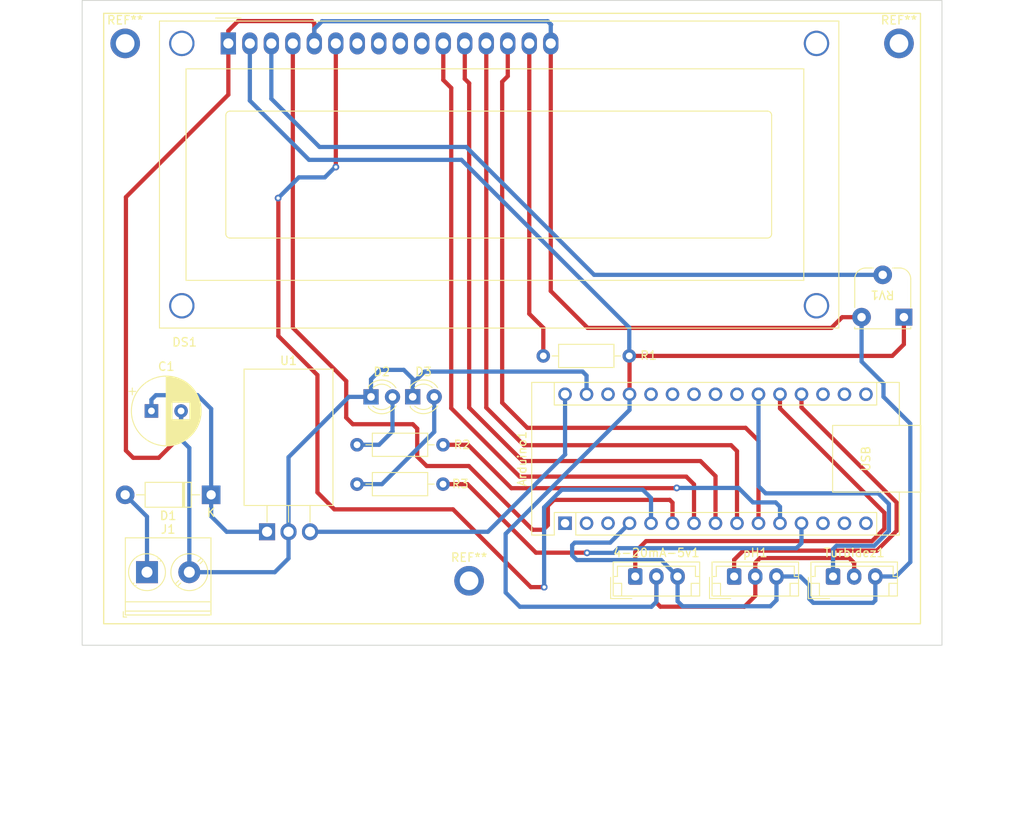
<source format=kicad_pcb>
(kicad_pcb (version 20221018) (generator pcbnew)
  (title_block (title "PCB_ Asocontador") (date "2023-09-27") (rev "hjestrada"))
  (layers (0 "F.Cu" signal) (31 "B.Cu" signal) (34 "B.Paste" user) (35 "F.Paste" user) (36 "B.SilkS" user "B.Silkscreen") (37 "F.SilkS" user "F.Silkscreen") (38 "B.Mask" user) (39 "F.Mask" user) (44 "Edge.Cuts" user))
  (net 0 "")
  (net 1 "GND")
  (net 2 "Net-(D1-K)")
  (net 7 "+5V")
  (net 8 "Net-(DS1-LED(+))")
  (net 9 "VIN")
  (net 10 "A7")
  (net 11 "A6")
  (net 13 "A5")
  (net 14 "A4")
  (net 15 "A3")
  (net 16 "A2")
  (net 17 "A1")
  (net 18 "A0")
  (net 19 "3V3")
  (net 20 "D13")
  (net 21 "D12")
  (net 22 "D11")
  (net 23 "D10")
  (net 24 "D9")
  (net 25 "D8")
  (net 27 "D7")
  (net 28 "D6")
  (net 29 "D5")
  (net 30 "D4")
  (net 31 "D3")
  (net 32 "D2")
  (net 33 "D0")
  (net 34 "D1")
  (net 35 "Net-(D2-A)")
  (net 37 "Net-(D3-A)")
  (net 38 "Net-(D1-A)")
  (net 39 "VO")
  (footprint "Capacitor_THT:CP_Radial_D8.0mm_P3.50mm" (layer "F.Cu") (at 99.624 89.154)
    (fp_text reference "C1" (at 1.75 -5.25) (layer "F.SilkS"))
    (fp_text value "220uF_25V")
    (pad "1" thru_hole rect (at 0 0) (size 1.6 1.6) (drill 0.8) (layers "*.Cu" "*.Mask") (net 2 "Net-(D1-K)"))
    (pad "2" thru_hole circle (at 3.5 0) (size 1.6 1.6) (drill 0.8) (layers "*.Cu" "*.Mask") (net 1 "GND"))
  )
  (footprint "Connector_JST:JST_EH_B3B-EH-A_1x03_P2.50mm_Vertical" (layer "F.Cu") (at 156.798 108.712)
    (fp_text reference "4-20mA-5v1" (at 2.5 -2.8) (layer "F.SilkS"))
    (fp_text value "Conn_01x03_Socket")
    (pad "1" thru_hole roundrect (at 0 0) (size 1.7 1.95) (drill 0.95) (layers "*.Cu" "*.Mask") (roundrect_rratio 0.1470588235) (net 17 "A1"))
    (pad "2" thru_hole oval (at 2.5 0) (size 1.7 1.95) (drill 0.95) (layers "*.Cu" "*.Mask") (net 7 "+5V"))
    (pad "3" thru_hole oval (at 5 0) (size 1.7 1.95) (drill 0.95) (layers "*.Cu" "*.Mask") (net 1 "GND"))
  )
  (footprint "Diode_THT:D_DO-41_SOD81_P10.16mm_Horizontal" (layer "F.Cu") (at 106.68 99.06 180)
    (fp_text reference "D1" (at 5.08 -2.47) (layer "F.SilkS"))
    (fp_text value "1N4007")
    (fp_text user "K" (at 0 -2.1) (layer "F.SilkS"))
    (pad "1" thru_hole rect (at 0 0 180) (size 2.2 2.2) (drill 1.1) (layers "*.Cu" "*.Mask") (net 2 "Net-(D1-K)"))
    (pad "2" thru_hole oval (at 10.16 0 180) (size 2.2 2.2) (drill 1.1) (layers "*.Cu" "*.Mask") (net 38 "Net-(D1-A)"))
  )
  (footprint "Resistor_THT:R_Axial_DIN0207_L6.3mm_D2.5mm_P10.16mm_Horizontal" (layer "F.Cu") (at 123.92 93.15)
    (fp_text reference "R2" (at 12.41 -0.01) (layer "F.SilkS"))
    (fp_text value "220")
    (pad "1" thru_hole circle (at 0 0) (size 1.6 1.6) (drill 0.8) (layers "*.Cu" "*.Mask") (net 35 "Net-(D2-A)"))
    (pad "2" thru_hole oval (at 10.16 0) (size 1.6 1.6) (drill 0.8) (layers "*.Cu" "*.Mask") (net 25 "D8"))
  )
  (footprint "Resistor_THT:R_Axial_DIN0207_L6.3mm_D2.5mm_P10.16mm_Horizontal" (layer "F.Cu") (at 123.92 97.8)
    (fp_text reference "R3" (at 12.2 -0.03) (layer "F.SilkS"))
    (fp_text value "220")
    (pad "1" thru_hole circle (at 0 0) (size 1.6 1.6) (drill 0.8) (layers "*.Cu" "*.Mask") (net 37 "Net-(D3-A)"))
    (pad "2" thru_hole oval (at 10.16 0) (size 1.6 1.6) (drill 0.8) (layers "*.Cu" "*.Mask") (net 24 "D9"))
  )
  (footprint "LED_THT:LED_D3.0mm" (layer "F.Cu") (at 130.5 87.48)
    (fp_text reference "D3" (at 1.27 -2.96) (layer "F.SilkS"))
    (fp_text value "LED")
    (pad "1" thru_hole rect (at 0 0) (size 1.8 1.8) (drill 0.9) (layers "*.Cu" "*.Mask") (net 1 "GND"))
    (pad "2" thru_hole circle (at 2.54 0) (size 1.8 1.8) (drill 0.9) (layers "*.Cu" "*.Mask") (net 37 "Net-(D3-A)"))
  )
  (footprint "Package_TO_SOT_THT:TO-220F-3_Horizontal_TabDown" (layer "F.Cu") (at 113.284 103.43)
    (fp_text reference "U1" (at 2.54 -20.22) (layer "F.SilkS"))
    (fp_text value "LM7805_TO220")
    (pad "" np_thru_hole oval (at 2.54 -15.8) (size 3.5 3.5) (drill 3.5) (layers "*.Cu" "*.Mask"))
    (pad "1" thru_hole rect (at 0 0) (size 1.905 2) (drill 1.2) (layers "*.Cu" "*.Mask") (net 2 "Net-(D1-K)"))
    (pad "2" thru_hole oval (at 2.54 0) (size 1.905 2) (drill 1.2) (layers "*.Cu" "*.Mask") (net 1 "GND"))
    (pad "3" thru_hole oval (at 5.08 0) (size 1.905 2) (drill 1.2) (layers "*.Cu" "*.Mask") (net 9 "VIN"))
  )
  (footprint "Connector_JST:JST_EH_B3B-EH-A_1x03_P2.50mm_Vertical" (layer "F.Cu") (at 168.482 108.712)
    (fp_text reference "pH1" (at 2.5 -2.8) (layer "F.SilkS"))
    (fp_text value "Conn_01x03_Socket")
    (pad "1" thru_hole roundrect (at 0 0) (size 1.7 1.95) (drill 0.95) (layers "*.Cu" "*.Mask") (roundrect_rratio 0.1470588235) (net 18 "A0"))
    (pad "2" thru_hole oval (at 2.5 0) (size 1.7 1.95) (drill 0.95) (layers "*.Cu" "*.Mask") (net 7 "+5V"))
    (pad "3" thru_hole oval (at 5 0) (size 1.7 1.95) (drill 0.95) (layers "*.Cu" "*.Mask") (net 1 "GND"))
  )
  (footprint "MountingHole:MountingHole_2.2mm_M2_ISO7380_Pad" (layer "F.Cu") (at 96.52 45.72)
    (fp_text reference "REF**" (at 0 -2.75) (layer "F.SilkS"))
    (fp_text value "MountingHole_2.2mm_M2_ISO7380_Pad")
    (pad "1" thru_hole circle (at 0 0) (size 3.5 3.5) (drill 2.2) (layers "*.Cu" "*.Mask"))
  )
  (footprint "MountingHole:MountingHole_2.2mm_M2_ISO7380_Pad" (layer "F.Cu") (at 137.16 109.22)
    (fp_text reference "REF**" (at 0 -2.75) (layer "F.SilkS"))
    (fp_text value "MountingHole_2.2mm_M2_ISO7380_Pad")
    (pad "1" thru_hole circle (at 0 0) (size 3.5 3.5) (drill 2.2) (layers "*.Cu" "*.Mask"))
  )
  (footprint "LED_THT:LED_D3.0mm" (layer "F.Cu") (at 125.57 87.49)
    (fp_text reference "D2" (at 1.27 -2.96) (layer "F.SilkS"))
    (fp_text value "LED")
    (pad "1" thru_hole rect (at 0 0) (size 1.8 1.8) (drill 0.9) (layers "*.Cu" "*.Mask") (net 1 "GND"))
    (pad "2" thru_hole circle (at 2.54 0) (size 1.8 1.8) (drill 0.9) (layers "*.Cu" "*.Mask") (net 35 "Net-(D2-A)"))
  )
  (footprint "Module:Arduino_Nano" (layer "F.Cu") (at 148.5 102.42 90)
    (fp_text reference "Arduino1" (at 7.62 -5.08 90) (layer "F.SilkS"))
    (fp_text value "Arduino_Nano_v3.x")
    (fp_text user "USB" (at 7.62 35.56 90 unlocked) (layer "F.SilkS"))
    (pad "1" thru_hole rect (at 0 0 90) (size 1.6 1.6) (drill 1) (layers "*.Cu" "*.Mask") (net 34 "D1"))
    (pad "2" thru_hole oval (at 0 2.54 90) (size 1.6 1.6) (drill 1) (layers "*.Cu" "*.Mask") (net 33 "D0"))
    (pad "3" thru_hole oval (at 0 5.08 90) (size 1.6 1.6) (drill 1) (layers "*.Cu" "*.Mask"))
    (pad "4" thru_hole oval (at 0 7.62 90) (size 1.6 1.6) (drill 1) (layers "*.Cu" "*.Mask") (net 1 "GND"))
    (pad "5" thru_hole oval (at 0 10.16 90) (size 1.6 1.6) (drill 1) (layers "*.Cu" "*.Mask") (net 32 "D2"))
    (pad "6" thru_hole oval (at 0 12.7 90) (size 1.6 1.6) (drill 1) (layers "*.Cu" "*.Mask") (net 31 "D3"))
    (pad "7" thru_hole oval (at 0 15.24 90) (size 1.6 1.6) (drill 1) (layers "*.Cu" "*.Mask") (net 30 "D4"))
    (pad "8" thru_hole oval (at 0 17.78 90) (size 1.6 1.6) (drill 1) (layers "*.Cu" "*.Mask") (net 29 "D5"))
    (pad "9" thru_hole oval (at 0 20.32 90) (size 1.6 1.6) (drill 1) (layers "*.Cu" "*.Mask") (net 28 "D6"))
    (pad "10" thru_hole oval (at 0 22.86 90) (size 1.6 1.6) (drill 1) (layers "*.Cu" "*.Mask") (net 27 "D7"))
    (pad "11" thru_hole oval (at 0 25.4 90) (size 1.6 1.6) (drill 1) (layers "*.Cu" "*.Mask") (net 25 "D8"))
    (pad "12" thru_hole oval (at 0 27.94 90) (size 1.6 1.6) (drill 1) (layers "*.Cu" "*.Mask") (net 24 "D9"))
    (pad "13" thru_hole oval (at 0 30.48 90) (size 1.6 1.6) (drill 1) (layers "*.Cu" "*.Mask") (net 23 "D10"))
    (pad "14" thru_hole oval (at 0 33.02 90) (size 1.6 1.6) (drill 1) (layers "*.Cu" "*.Mask") (net 22 "D11"))
    (pad "15" thru_hole oval (at 0 35.56 90) (size 1.6 1.6) (drill 1) (layers "*.Cu" "*.Mask") (net 21 "D12"))
    (pad "16" thru_hole oval (at 15.24 35.56 90) (size 1.6 1.6) (drill 1) (layers "*.Cu" "*.Mask") (net 20 "D13"))
    (pad "17" thru_hole oval (at 15.24 33.02 90) (size 1.6 1.6) (drill 1) (layers "*.Cu" "*.Mask") (net 19 "3V3"))
    (pad "18" thru_hole oval (at 15.24 30.48 90) (size 1.6 1.6) (drill 1) (layers "*.Cu" "*.Mask"))
    (pad "19" thru_hole oval (at 15.24 27.94 90) (size 1.6 1.6) (drill 1) (layers "*.Cu" "*.Mask") (net 18 "A0"))
    (pad "20" thru_hole oval (at 15.24 25.4 90) (size 1.6 1.6) (drill 1) (layers "*.Cu" "*.Mask") (net 17 "A1"))
    (pad "21" thru_hole oval (at 15.24 22.86 90) (size 1.6 1.6) (drill 1) (layers "*.Cu" "*.Mask") (net 16 "A2"))
    (pad "22" thru_hole oval (at 15.24 20.32 90) (size 1.6 1.6) (drill 1) (layers "*.Cu" "*.Mask") (net 15 "A3"))
    (pad "23" thru_hole oval (at 15.24 17.78 90) (size 1.6 1.6) (drill 1) (layers "*.Cu" "*.Mask") (net 14 "A4"))
    (pad "24" thru_hole oval (at 15.24 15.24 90) (size 1.6 1.6) (drill 1) (layers "*.Cu" "*.Mask") (net 13 "A5"))
    (pad "25" thru_hole oval (at 15.24 12.7 90) (size 1.6 1.6) (drill 1) (layers "*.Cu" "*.Mask") (net 11 "A6"))
    (pad "26" thru_hole oval (at 15.24 10.16 90) (size 1.6 1.6) (drill 1) (layers "*.Cu" "*.Mask") (net 10 "A7"))
    (pad "27" thru_hole oval (at 15.24 7.62 90) (size 1.6 1.6) (drill 1) (layers "*.Cu" "*.Mask") (net 7 "+5V"))
    (pad "28" thru_hole oval (at 15.24 5.08 90) (size 1.6 1.6) (drill 1) (layers "*.Cu" "*.Mask"))
    (pad "29" thru_hole oval (at 15.24 2.54 90) (size 1.6 1.6) (drill 1) (layers "*.Cu" "*.Mask") (net 1 "GND"))
    (pad "30" thru_hole oval (at 15.24 0 90) (size 1.6 1.6) (drill 1) (layers "*.Cu" "*.Mask") (net 9 "VIN"))
  )
  (footprint "Connector_JST:JST_EH_B3B-EH-A_1x03_P2.50mm_Vertical" (layer "F.Cu") (at 180.166 108.712)
    (fp_text reference "Turbidez1" (at 2.5 -2.8) (layer "F.SilkS"))
    (fp_text value "Conn_01x03_Socket")
    (pad "1" thru_hole roundrect (at 0 0) (size 1.7 1.95) (drill 0.95) (layers "*.Cu" "*.Mask") (roundrect_rratio 0.1470588235) (net 16 "A2"))
    (pad "2" thru_hole oval (at 2.5 0) (size 1.7 1.95) (drill 0.95) (layers "*.Cu" "*.Mask") (net 7 "+5V"))
    (pad "3" thru_hole oval (at 5 0) (size 1.7 1.95) (drill 0.95) (layers "*.Cu" "*.Mask") (net 1 "GND"))
  )
  (footprint "Resistor_THT:R_Axial_DIN0207_L6.3mm_D2.5mm_P10.16mm_Horizontal" (layer "F.Cu") (at 145.93 82.65)
    (fp_text reference "R1" (at 12.44 -0.05) (layer "F.SilkS"))
    (fp_text value "220")
    (pad "1" thru_hole circle (at 0 0) (size 1.6 1.6) (drill 0.8) (layers "*.Cu" "*.Mask") (net 8 "Net-(DS1-LED(+))"))
    (pad "2" thru_hole oval (at 10.16 0) (size 1.6 1.6) (drill 0.8) (layers "*.Cu" "*.Mask") (net 7 "+5V"))
  )
  (footprint "PCM_SL_Devices:Potentiometer_RM065" (layer "F.Cu") (at 186.01 76.04 180)
    (fp_text reference "RV1" (at 0 0.6 180 unlocked) (layer "F.SilkS"))
    (fp_text value "potentiometer_RM065")
    (pad "1" thru_hole rect (at -2.53 -2.03 180) (size 2 2) (drill 1) (layers "*.Cu" "*.Mask") (net 7 "+5V"))
    (pad "2" thru_hole circle (at -0.03 2.97 180) (size 2.2 2.2) (drill 1) (layers "*.Cu" "*.Mask") (net 39 "VO"))
    (pad "3" thru_hole circle (at 2.47 -2.03 180) (size 2.2 2.2) (drill 1) (layers "*.Cu" "*.Mask") (net 1 "GND"))
  )
  (footprint "Display:WC1602A" (layer "F.Cu") (at 108.712 45.72)
    (fp_text reference "DS1" (at -5.17652 35.306) (layer "F.SilkS"))
    (fp_text value "WC1602A" hide)
    (pad "" thru_hole circle (at -5.4991 0) (size 3 3) (drill 2.5) (layers "*.Cu" "*.Mask"))
    (pad "" thru_hole circle (at -5.4991 31.0007) (size 3 3) (drill 2.5) (layers "*.Cu" "*.Mask"))
    (pad "" thru_hole circle (at 69.49948 31.0007) (size 3 3) (drill 2.5) (layers "*.Cu" "*.Mask"))
    (pad "" thru_hole circle (at 69.5 0) (size 3 3) (drill 2.5) (layers "*.Cu" "*.Mask"))
    (pad "1" thru_hole rect (at 0 0) (size 1.8 2.6) (drill 1.2) (layers "*.Cu" "*.Mask") (net 1 "GND"))
    (pad "2" thru_hole oval (at 2.54 0) (size 1.8 2.6) (drill 1.2) (layers "*.Cu" "*.Mask") (net 7 "+5V"))
    (pad "3" thru_hole oval (at 5.08 0) (size 1.8 2.6) (drill 1.2) (layers "*.Cu" "*.Mask") (net 39 "VO"))
    (pad "4" thru_hole oval (at 7.62 0) (size 1.8 2.6) (drill 1.2) (layers "*.Cu" "*.Mask") (net 31 "D3"))
    (pad "5" thru_hole oval (at 10.16 0) (size 1.8 2.6) (drill 1.2) (layers "*.Cu" "*.Mask") (net 1 "GND"))
    (pad "6" thru_hole oval (at 12.7 0) (size 1.8 2.6) (drill 1.2) (layers "*.Cu" "*.Mask") (net 32 "D2"))
    (pad "7" thru_hole oval (at 15.24 0) (size 1.8 2.6) (drill 1.2) (layers "*.Cu" "*.Mask"))
    (pad "8" thru_hole oval (at 17.78 0) (size 1.8 2.6) (drill 1.2) (layers "*.Cu" "*.Mask"))
    (pad "9" thru_hole oval (at 20.32 0) (size 1.8 2.6) (drill 1.2) (layers "*.Cu" "*.Mask"))
    (pad "10" thru_hole oval (at 22.86 0) (size 1.8 2.6) (drill 1.2) (layers "*.Cu" "*.Mask"))
    (pad "11" thru_hole oval (at 25.4 0) (size 1.8 2.6) (drill 1.2) (layers "*.Cu" "*.Mask") (net 30 "D4"))
    (pad "12" thru_hole oval (at 27.94 0) (size 1.8 2.6) (drill 1.2) (layers "*.Cu" "*.Mask") (net 29 "D5"))
    (pad "13" thru_hole oval (at 30.48 0) (size 1.8 2.6) (drill 1.2) (layers "*.Cu" "*.Mask") (net 28 "D6"))
    (pad "14" thru_hole oval (at 33.02 0) (size 1.8 2.6) (drill 1.2) (layers "*.Cu" "*.Mask") (net 27 "D7"))
    (pad "15" thru_hole oval (at 35.56 0) (size 1.8 2.6) (drill 1.2) (layers "*.Cu" "*.Mask") (net 8 "Net-(DS1-LED(+))"))
    (pad "16" thru_hole oval (at 38.1 0) (size 1.8 2.6) (drill 1.2) (layers "*.Cu" "*.Mask") (net 1 "GND"))
  )
  (footprint "TerminalBlock_Phoenix:TerminalBlock_Phoenix_PT-1,5-2-5.0-H_1x02_P5.00mm_Horizontal" (layer "F.Cu") (at 99.1 108.204)
    (fp_text reference "J1" (at 2.5 -5.06) (layer "F.SilkS"))
    (fp_text value "Screw_Terminal_2_P5.00mm")
    (pad "1" thru_hole rect (at 0 0) (size 2.6 2.6) (drill 1.3) (layers "*.Cu" "*.Mask") (net 38 "Net-(D1-A)"))
    (pad "2" thru_hole circle (at 5 0) (size 2.6 2.6) (drill 1.3) (layers "*.Cu" "*.Mask") (net 1 "GND"))
  )
  (footprint "MountingHole:MountingHole_2.2mm_M2_ISO7380_Pad" (layer "F.Cu") (at 187.96 45.72)
    (fp_text reference "REF**" (at 0 -2.75) (layer "F.SilkS"))
    (fp_text value "MountingHole_2.2mm_M2_ISO7380_Pad")
    (pad "1" thru_hole circle (at 0 0) (size 3.5 3.5) (drill 2.2) (layers "*.Cu" "*.Mask"))
  )
  (gr_rect (start 93.98 42.164) (end 190.5 114.3) (stroke (width 0.15)) (fill none) (layer "F.SilkS"))
  (gr_rect (start 105.31 137.08) (end 105.31 137.08) (stroke (width 0.1)) (fill none) (layer "Edge.Cuts"))
  (gr_rect (start 91.44 40.64) (end 193.04 116.84) (stroke (width 0.1)) (fill none) (layer "Edge.Cuts"))
  (segment (start 146.812 45.72) (end 146.812 74.982) (width 0.5) (layer "F.Cu") (net 1))
  (segment (start 108.712 45.72) (end 108.712 44.228) (width 0.5) (layer "F.Cu") (net 1))
  (segment (start 146.812 74.982) (end 151.17 79.34) (width 0.5) (layer "F.Cu") (net 1))
  (segment (start 118.872 43.388) (end 118.872 45.72) (width 0.5) (layer "F.Cu") (net 1))
  (segment (start 118.6 43.08) (end 118.89 43.37) (width 0.5) (layer "F.Cu") (net 1))
  (segment (start 108.712 44.228) (end 109.86 43.08) (width 0.5) (layer "F.Cu") (net 1))
  (segment (start 96.61 63.88) (end 108.72 51.77) (width 0.5) (layer "F.Cu") (net 1))
  (segment (start 100.49 94.69) (end 97.47 94.69) (width 0.5) (layer "F.Cu") (net 1))
  (segment (start 108.72 51.77) (end 108.712 51.762) (width 0.5) (layer "F.Cu") (net 1))
  (segment (start 151.17 79.34) (end 179.98 79.34) (width 0.5) (layer "F.Cu") (net 1))
  (segment (start 96.61 93.83) (end 96.61 63.88) (width 0.5) (layer "F.Cu") (net 1))
  (segment (start 108.712 51.762) (end 108.712 45.72) (width 0.5) (layer "F.Cu") (net 1))
  (segment (start 97.47 94.69) (end 96.61 93.83) (width 0.5) (layer "F.Cu") (net 1))
  (segment (start 103.124 92.056) (end 100.49 94.69) (width 0.5) (layer "F.Cu") (net 1))
  (segment (start 181.25 78.07) (end 183.54 78.07) (width 0.5) (layer "F.Cu") (net 1))
  (segment (start 103.124 89.154) (end 103.124 92.056) (width 0.5) (layer "F.Cu") (net 1))
  (segment (start 179.98 79.34) (end 181.25 78.07) (width 0.5) (layer "F.Cu") (net 1))
  (segment (start 118.89 43.37) (end 118.872 43.388) (width 0.5) (layer "F.Cu") (net 1))
  (segment (start 109.86 43.08) (end 118.6 43.08) (width 0.5) (layer "F.Cu") (net 1))
  (segment (start 125.57 85.41) (end 126.68 84.3) (width 0.5) (layer "B.Cu") (net 1))
  (segment (start 131.9 84.5) (end 150.57 84.5) (width 0.5) (layer "B.Cu") (net 1))
  (segment (start 177.84 111.83) (end 184.88 111.83) (width 0.5) (layer "B.Cu") (net 1))
  (segment (start 159.856 106.77) (end 161.798 108.712) (width 0.5) (layer "B.Cu") (net 1))
  (segment (start 149.34 106.22) (end 149.89 106.77) (width 0.5) (layer "B.Cu") (net 1))
  (segment (start 129.44 84.3) (end 130.5 85.36) (width 0.5) (layer "B.Cu") (net 1))
  (segment (start 177.37 109.78) (end 177.37 111.36) (width 0.5) (layer "B.Cu") (net 1))
  (segment (start 118.872 45.72) (end 118.872 44.008) (width 0.5) (layer "B.Cu") (net 1))
  (segment (start 114.196 108.204) (end 115.824 106.576) (width 0.5) (layer "B.Cu") (net 1))
  (segment (start 176.302 108.712) (end 177.37 109.78) (width 0.5) (layer "B.Cu") (net 1))
  (segment (start 161.798 111.638) (end 162.39 112.23) (width 0.5) (layer "B.Cu") (net 1))
  (segment (start 130.5 87.48) (end 130.5 85.36) (width 0.5) (layer "B.Cu") (net 1))
  (segment (start 177.37 111.36) (end 177.84 111.83) (width 0.5) (layer "B.Cu") (net 1))
  (segment (start 173.49 111.5) (end 173.482 111.492) (width 0.5) (layer "B.Cu") (net 1))
  (segment (start 162.39 112.23) (end 172.76 112.23) (width 0.5) (layer "B.Cu") (net 1))
  (segment (start 185.166 108.712) (end 187.598 108.712) (width 0.5) (layer "B.Cu") (net 1))
  (segment (start 125.57 87.49) (end 125.57 85.41) (width 0.5) (layer "B.Cu") (net 1))
  (segment (start 184.88 111.83) (end 185.166 111.544) (width 0.5) (layer "B.Cu") (net 1))
  (segment (start 153.83 104.71) (end 149.65 104.71) (width 0.5) (layer "B.Cu") (net 1))
  (segment (start 115.824 103.43) (end 115.824 94.616) (width 0.5) (layer "B.Cu") (net 1))
  (segment (start 151.04 84.97) (end 151.04 87.18) (width 0.5) (layer "B.Cu") (net 1))
  (segment (start 103.124 92.544) (end 103.124 89.154) (width 0.5) (layer "B.Cu") (net 1))
  (segment (start 189.3 107.01) (end 189.3 90.652233) (width 0.5) (layer "B.Cu") (net 1))
  (segment (start 104.1 108.204) (end 104.1 93.52) (width 0.5) (layer "B.Cu") (net 1))
  (segment (start 104.1 93.52) (end 103.124 92.544) (width 0.5) (layer "B.Cu") (net 1))
  (segment (start 130.5 85.9) (end 131.9 84.5) (width 0.5) (layer "B.Cu") (net 1))
  (segment (start 156.12 102.42) (end 153.83 104.71) (width 0.5) (layer "B.Cu") (net 1))
  (segment (start 149.34 105.02) (end 149.34 106.22) (width 0.5) (layer "B.Cu") (net 1))
  (segment (start 150.57 84.5) (end 151.04 84.97) (width 0.5) (layer "B.Cu") (net 1))
  (segment (start 189.3 90.652233) (end 186.13 87.482233) (width 0.5) (layer "B.Cu") (net 1))
  (segment (start 173.482 108.712) (end 176.302 108.712) (width 0.5) (layer "B.Cu") (net 1))
  (segment (start 186.13 85.9) (end 183.54 83.31) (width 0.5) (layer "B.Cu") (net 1))
  (segment (start 104.1 108.204) (end 114.196 108.204) (width 0.5) (layer "B.Cu") (net 1))
  (segment (start 126.68 84.3) (end 129.44 84.3) (width 0.5) (layer "B.Cu") (net 1))
  (segment (start 186.13 87.482233) (end 186.13 85.9) (width 0.5) (layer "B.Cu") (net 1))
  (segment (start 122.95 87.49) (end 125.57 87.49) (width 0.5) (layer "B.Cu") (net 1))
  (segment (start 146.45 43.1) (end 146.85 43.5) (width 0.5) (layer "B.Cu") (net 1))
  (segment (start 146.85 43.5) (end 146.812 43.538) (width 0.5) (layer "B.Cu") (net 1))
  (segment (start 187.598 108.712) (end 189.3 107.01) (width 0.5) (layer "B.Cu") (net 1))
  (segment (start 146.812 43.538) (end 146.812 45.72) (width 0.5) (layer "B.Cu") (net 1))
  (segment (start 173.482 111.492) (end 173.482 108.712) (width 0.5) (layer "B.Cu") (net 1))
  (segment (start 185.166 111.544) (end 185.166 108.712) (width 0.5) (layer "B.Cu") (net 1))
  (segment (start 172.76 112.23) (end 173.49 111.5) (width 0.5) (layer "B.Cu") (net 1))
  (segment (start 115.824 94.616) (end 122.95 87.49) (width 0.5) (layer "B.Cu") (net 1))
  (segment (start 161.798 108.712) (end 161.798 111.638) (width 0.5) (layer "B.Cu") (net 1))
  (segment (start 118.872 44.008) (end 119.78 43.1) (width 0.5) (layer "B.Cu") (net 1))
  (segment (start 149.65 104.71) (end 149.34 105.02) (width 0.5) (layer "B.Cu") (net 1))
  (segment (start 115.824 106.576) (end 115.824 103.43) (width 0.5) (layer "B.Cu") (net 1))
  (segment (start 183.54 83.31) (end 183.54 78.07) (width 0.5) (layer "B.Cu") (net 1))
  (segment (start 119.78 43.1) (end 146.45 43.1) (width 0.5) (layer "B.Cu") (net 1))
  (segment (start 130.5 87.48) (end 130.5 85.9) (width 0.5) (layer "B.Cu") (net 1))
  (segment (start 149.89 106.77) (end 159.856 106.77) (width 0.5) (layer "B.Cu") (net 1))
  (segment (start 108.51 103.43) (end 113.284 103.43) (width 0.5) (layer "B.Cu") (net 2))
  (segment (start 99.624 89.154) (end 99.624 87.816) (width 0.5) (layer "B.Cu") (net 2))
  (segment (start 106.68 88.9) (end 106.68 99.06) (width 0.5) (layer "B.Cu") (net 2))
  (segment (start 106.68 99.06) (end 106.68 101.6) (width 0.5) (layer "B.Cu") (net 2))
  (segment (start 99.624 87.816) (end 100.15 87.29) (width 0.5) (layer "B.Cu") (net 2))
  (segment (start 106.68 101.6) (end 108.51 103.43) (width 0.5) (layer "B.Cu") (net 2))
  (segment (start 105.07 87.29) (end 106.68 88.9) (width 0.5) (layer "B.Cu") (net 2))
  (segment (start 100.15 87.29) (end 105.07 87.29) (width 0.5) (layer "B.Cu") (net 2))
  (segment (start 169.7 112.28) (end 171 110.98) (width 0.5) (layer "F.Cu") (net 7))
  (segment (start 156.12 87.18) (end 156.12 82.68) (width 0.5) (layer "F.Cu") (net 7))
  (segment (start 182.666 107.116) (end 182.09 106.54) (width 0.5) (layer "F.Cu") (net 7))
  (segment (start 159.298 111.818) (end 159.76 112.28) (width 0.5) (layer "F.Cu") (net 7))
  (segment (start 159.76 112.28) (end 169.7 112.28) (width 0.5) (layer "F.Cu") (net 7))
  (segment (start 159.298 108.712) (end 159.298 111.818) (width 0.5) (layer "F.Cu") (net 7))
  (segment (start 182.666 108.712) (end 182.666 107.116) (width 0.5) (layer "F.Cu") (net 7))
  (segment (start 156.09 82.65) (end 187.17 82.65) (width 0.5) (layer "F.Cu") (net 7))
  (segment (start 171 110.98) (end 170.982 110.962) (width 0.5) (layer "F.Cu") (net 7))
  (segment (start 170.982 107.088) (end 170.982 108.712) (width 0.5) (layer "F.Cu") (net 7))
  (segment (start 170.982 110.962) (end 170.982 108.712) (width 0.5) (layer "F.Cu") (net 7))
  (segment (start 188.54 81.28) (end 188.54 78.07) (width 0.5) (layer "F.Cu") (net 7))
  (segment (start 187.17 82.65) (end 188.54 81.28) (width 0.5) (layer "F.Cu") (net 7))
  (segment (start 156.12 82.68) (end 156.09 82.65) (width 0.5) (layer "F.Cu") (net 7))
  (segment (start 171.53 106.54) (end 170.982 107.088) (width 0.5) (layer "F.Cu") (net 7))
  (segment (start 182.09 106.54) (end 171.53 106.54) (width 0.5) (layer "F.Cu") (net 7))
  (segment (start 158.71 112.29) (end 143.16 112.29) (width 0.5) (layer "B.Cu") (net 7))
  (segment (start 156.09 79.31) (end 156.09 82.65) (width 0.5) (layer "B.Cu") (net 7))
  (segment (start 118.25 59.48) (end 136.26 59.48) (width 0.5) (layer "B.Cu") (net 7))
  (segment (start 159.298 108.712) (end 159.298 111.702) (width 0.5) (layer "B.Cu") (net 7))
  (segment (start 111.252 52.482) (end 118.25 59.48) (width 0.5) (layer "B.Cu") (net 7))
  (segment (start 156.12 89.03) (end 156.12 87.18) (width 0.5) (layer "B.Cu") (net 7))
  (segment (start 141.48 103.67) (end 156.12 89.03) (width 0.5) (layer "B.Cu") (net 7))
  (segment (start 141.48 110.61) (end 141.48 103.67) (width 0.5) (layer "B.Cu") (net 7))
  (segment (start 143.16 112.29) (end 141.48 110.61) (width 0.5) (layer "B.Cu") (net 7))
  (segment (start 159.298 111.702) (end 158.71 112.29) (width 0.5) (layer "B.Cu") (net 7))
  (segment (start 111.252 45.72) (end 111.252 52.482) (width 0.5) (layer "B.Cu") (net 7))
  (segment (start 136.26 59.48) (end 156.09 79.31) (width 0.5) (layer "B.Cu") (net 7))
  (segment (start 145.93 79.37) (end 145.93 82.65) (width 0.5) (layer "F.Cu") (net 8))
  (segment (start 144.272 77.672) (end 145.95 79.35) (width 0.5) (layer "F.Cu") (net 8))
  (segment (start 144.272 45.72) (end 144.272 77.672) (width 0.5) (layer "F.Cu") (net 8))
  (segment (start 145.95 79.35) (end 145.93 79.37) (width 0.5) (layer "F.Cu") (net 8))
  (segment (start 148.51 94.3) (end 148.5 94.29) (width 0.5) (layer "B.Cu") (net 9))
  (segment (start 118.364 103.43) (end 139.38 103.43) (width 0.5) (layer "B.Cu") (net 9))
  (segment (start 139.38 103.43) (end 148.51 94.3) (width 0.5) (layer "B.Cu") (net 9))
  (segment (start 148.5 94.29) (end 148.5 87.18) (width 0.5) (layer "B.Cu") (net 9))
  (segment (start 180.166 105.494) (end 180.57 105.09) (width 0.5) (layer "B.Cu") (net 16))
  (segment (start 171.36 98.04) (end 171.36 87.18) (width 0.5) (layer "B.Cu") (net 16))
  (segment (start 186.77 100.15) (end 185.51 98.89) (width 0.5) (layer "B.Cu") (net 16))
  (segment (start 172.21 98.89) (end 171.36 98.04) (width 0.5) (layer "B.Cu") (net 16))
  (segment (start 180.57 105.09) (end 185.03 105.09) (width 0.5) (layer "B.Cu") (net 16))
  (segment (start 180.166 108.712) (end 180.166 105.494) (width 0.5) (layer "B.Cu") (net 16))
  (segment (start 186.77 103.35) (end 186.77 100.15) (width 0.5) (layer "B.Cu") (net 16))
  (segment (start 185.03 105.09) (end 186.77 103.35) (width 0.5) (layer "B.Cu") (net 16))
  (segment (start 185.51 98.89) (end 172.21 98.89) (width 0.5) (layer "B.Cu") (net 16))
  (segment (start 184.78 104.53) (end 158.08 104.53) (width 0.5) (layer "F.Cu") (net 17))
  (segment (start 158.08 104.53) (end 156.798 105.812) (width 0.5) (layer "F.Cu") (net 17))
  (segment (start 173.9 88.85) (end 186.23 101.18) (width 0.5) (layer "F.Cu") (net 17))
  (segment (start 186.23 101.18) (end 186.23 103.08) (width 0.5) (layer "F.Cu") (net 17))
  (segment (start 186.23 103.08) (end 184.78 104.53) (width 0.5) (layer "F.Cu") (net 17))
  (segment (start 173.9 87.18) (end 173.9 88.85) (width 0.5) (layer "F.Cu") (net 17))
  (segment (start 156.798 105.812) (end 156.798 108.712) (width 0.5) (layer "F.Cu") (net 17))
  (segment (start 185.34 105.66) (end 187.68 103.32) (width 0.5) (layer "F.Cu") (net 18))
  (segment (start 187.68 103.32) (end 187.68 99.97) (width 0.5) (layer "F.Cu") (net 18))
  (segment (start 169.56 105.66) (end 185.34 105.66) (width 0.5) (layer "F.Cu") (net 18))
  (segment (start 187.68 99.97) (end 176.44 88.73) (width 0.5) (layer "F.Cu") (net 18))
  (segment (start 168.482 108.712) (end 168.482 106.738) (width 0.5) (layer "F.Cu") (net 18))
  (segment (start 168.482 106.738) (end 169.56 105.66) (width 0.5) (layer "F.Cu") (net 18))
  (segment (start 176.44 88.73) (end 176.44 87.18) (width 0.5) (layer "F.Cu") (net 18))
  (segment (start 145.06 105.9) (end 151.08 105.9) (width 0.5) (layer "F.Cu") (net 24))
  (segment (start 134.08 97.8) (end 136.96 97.8) (width 0.5) (layer "F.Cu") (net 24))
  (segment (start 136.96 97.8) (end 145.06 105.9) (width 0.5) (layer "F.Cu") (net 24))
  (segment (start 151.12 105.9) (end 151.18 105.9) (width 0.5) (layer "F.Cu") (net 24))
  (segment (start 151.1 105.92) (end 151.12 105.9) (width 0.5) (layer "F.Cu") (net 24))
  (segment (start 151.08 105.9) (end 151.1 105.92) (width 0.5) (layer "F.Cu") (net 24))
  (via (at 151.1 105.92) (size 0.8) (drill 0.4) (layers "F.Cu" "B.Cu") (net 24))
  (segment (start 175.84 105.37) (end 176.44 104.77) (width 0.5) (layer "B.Cu") (net 24))
  (segment (start 154.82 105.37) (end 175.84 105.37) (width 0.5) (layer "B.Cu") (net 24))
  (segment (start 176.44 104.77) (end 176.44 102.42) (width 0.5) (layer "B.Cu") (net 24))
  (segment (start 154.27 105.92) (end 154.82 105.37) (width 0.5) (layer "B.Cu") (net 24))
  (segment (start 151.1 105.92) (end 154.27 105.92) (width 0.5) (layer "B.Cu") (net 24))
  (segment (start 161.73 98.28) (end 161.78 98.28) (width 0.5) (layer "F.Cu") (net 25))
  (segment (start 142.16 98.28) (end 161.67 98.28) (width 0.5) (layer "F.Cu") (net 25))
  (segment (start 137.03 93.15) (end 142.16 98.28) (width 0.5) (layer "F.Cu") (net 25))
  (segment (start 161.7 98.25) (end 161.73 98.28) (width 0.5) (layer "F.Cu") (net 25))
  (segment (start 161.67 98.28) (end 161.7 98.25) (width 0.5) (layer "F.Cu") (net 25))
  (segment (start 134.08 93.15) (end 137.03 93.15) (width 0.5) (layer "F.Cu") (net 25))
  (via (at 161.7 98.25) (size 0.8) (drill 0.4) (layers "F.Cu" "B.Cu") (net 25))
  (segment (start 169 98.25) (end 170.71 99.96) (width 0.5) (layer "B.Cu") (net 25))
  (segment (start 161.7 98.25) (end 169 98.25) (width 0.5) (layer "B.Cu") (net 25))
  (segment (start 173.39 99.96) (end 173.9 100.47) (width 0.5) (layer "B.Cu") (net 25))
  (segment (start 173.9 100.47) (end 173.9 102.42) (width 0.5) (layer "B.Cu") (net 25))
  (segment (start 170.71 99.96) (end 173.39 99.96) (width 0.5) (layer "B.Cu") (net 25))
  (segment (start 171.36 92.67) (end 169.84 91.15) (width 0.5) (layer "F.Cu") (net 27))
  (segment (start 141.07 50.25) (end 141.732 49.588) (width 0.5) (layer "F.Cu") (net 27))
  (segment (start 169.84 91.15) (end 144.04 91.15) (width 0.5) (layer "F.Cu") (net 27))
  (segment (start 144.04 91.15) (end 141.07 88.18) (width 0.5) (layer "F.Cu") (net 27))
  (segment (start 141.07 88.18) (end 141.07 50.25) (width 0.5) (layer "F.Cu") (net 27))
  (segment (start 141.732 49.588) (end 141.732 45.72) (width 0.5) (layer "F.Cu") (net 27))
  (segment (start 171.36 102.42) (end 171.36 92.67) (width 0.5) (layer "F.Cu") (net 27))
  (segment (start 168.12 93.2) (end 168.82 93.9) (width 0.5) (layer "F.Cu") (net 28))
  (segment (start 143.63 93.2) (end 168.12 93.2) (width 0.5) (layer "F.Cu") (net 28))
  (segment (start 168.82 93.9) (end 168.82 102.42) (width 0.5) (layer "F.Cu") (net 28))
  (segment (start 139.192 45.72) (end 139.192 88.762) (width 0.5) (layer "F.Cu") (net 28))
  (segment (start 139.192 88.762) (end 143.63 93.2) (width 0.5) (layer "F.Cu") (net 28))
  (segment (start 166.28 96.85) (end 166.28 102.42) (width 0.5) (layer "F.Cu") (net 29))
  (segment (start 164.5 95.07) (end 166.28 96.85) (width 0.5) (layer "F.Cu") (net 29))
  (segment (start 137.17 50.43) (end 137.17 88.77) (width 0.5) (layer "F.Cu") (net 29))
  (segment (start 136.652 45.72) (end 136.652 49.912) (width 0.5) (layer "F.Cu") (net 29))
  (segment (start 143.47 95.07) (end 164.5 95.07) (width 0.5) (layer "F.Cu") (net 29))
  (segment (start 136.652 49.912) (end 137.17 50.43) (width 0.5) (layer "F.Cu") (net 29))
  (segment (start 137.17 88.77) (end 143.47 95.07) (width 0.5) (layer "F.Cu") (net 29))
  (segment (start 163.74 97.83) (end 163.74 102.42) (width 0.5) (layer "F.Cu") (net 30))
  (segment (start 135.05 50.98) (end 135.05 88.83) (width 0.5) (layer "F.Cu") (net 30))
  (segment (start 162.82 96.91) (end 163.74 97.83) (width 0.5) (layer "F.Cu") (net 30))
  (segment (start 134.112 50.042) (end 135.05 50.98) (width 0.5) (layer "F.Cu") (net 30))
  (segment (start 134.112 45.72) (end 134.112 50.042) (width 0.5) (layer "F.Cu") (net 30))
  (segment (start 143.13 96.91) (end 162.82 96.91) (width 0.5) (layer "F.Cu") (net 30))
  (segment (start 135.05 88.83) (end 143.13 96.91) (width 0.5) (layer "F.Cu") (net 30))
  (segment (start 116.332 45.72) (end 116.332 79.312) (width 0.5) (layer "F.Cu") (net 31))
  (segment (start 122.64 85.62) (end 122.64 89.94) (width 0.5) (layer "F.Cu") (net 31))
  (segment (start 123.42 90.72) (end 130.51 90.72) (width 0.5) (layer "F.Cu") (net 31))
  (segment (start 144.66 103.19) (end 145.93 103.19) (width 0.5) (layer "F.Cu") (net 31))
  (segment (start 161.2 99.99) (end 161.2 102.42) (width 0.5) (layer "F.Cu") (net 31))
  (segment (start 132.15 95.66) (end 137.13 95.66) (width 0.5) (layer "F.Cu") (net 31))
  (segment (start 146.47 102.65) (end 146.47 100.37) (width 0.5) (layer "F.Cu") (net 31))
  (segment (start 146.47 100.37) (end 147.18 99.66) (width 0.5) (layer "F.Cu") (net 31))
  (segment (start 145.93 103.19) (end 146.47 102.65) (width 0.5) (layer "F.Cu") (net 31))
  (segment (start 122.64 89.94) (end 123.42 90.72) (width 0.5) (layer "F.Cu") (net 31))
  (segment (start 131.03 94.54) (end 132.15 95.66) (width 0.5) (layer "F.Cu") (net 31))
  (segment (start 116.332 79.312) (end 122.64 85.62) (width 0.5) (layer "F.Cu") (net 31))
  (segment (start 137.13 95.66) (end 144.66 103.19) (width 0.5) (layer "F.Cu") (net 31))
  (segment (start 160.87 99.66) (end 161.2 99.99) (width 0.5) (layer "F.Cu") (net 31))
  (segment (start 147.18 99.66) (end 160.87 99.66) (width 0.5) (layer "F.Cu") (net 31))
  (segment (start 130.51 90.72) (end 131.03 91.24) (width 0.5) (layer "F.Cu") (net 31))
  (segment (start 131.03 91.24) (end 131.03 94.54) (width 0.5) (layer "F.Cu") (net 31))
  (segment (start 121.24 100.78) (end 135.26 100.78) (width 0.5) (layer "F.Cu") (net 32))
  (segment (start 114.62 80.29) (end 119.24 84.91) (width 0.5) (layer "F.Cu") (net 32))
  (segment (start 135.26 100.78) (end 144.45 109.97) (width 0.5) (layer "F.Cu") (net 32))
  (segment (start 144.45 109.97) (end 146.03 109.97) (width 0.5) (layer "F.Cu") (net 32))
  (segment (start 119.24 98.78) (end 121.24 100.78) (width 0.5) (layer "F.Cu") (net 32))
  (segment (start 114.595565 64) (end 114.62 64.024435) (width 0.5) (layer "F.Cu") (net 32))
  (segment (start 119.24 84.91) (end 119.24 98.78) (width 0.5) (layer "F.Cu") (net 32))
  (segment (start 121.412 60.3295) (end 121.412 45.72) (width 0.5) (layer "F.Cu") (net 32))
  (segment (start 114.62 64.024435) (end 114.62 80.29) (width 0.5) (layer "F.Cu") (net 32))
  (via (at 121.412 60.3295) (size 0.8) (drill 0.4) (layers "F.Cu" "B.Cu") (net 32))
  (via (at 114.595565 64) (size 0.8) (drill 0.4) (layers "F.Cu" "B.Cu") (net 32))
  (via (at 146.03 109.97) (size 0.8) (drill 0.4) (layers "F.Cu" "B.Cu") (net 32))
  (via (at 146.03 109.97) (size 0.8) (drill 0.4) (layers "F.Cu" "B.Cu") (net 32))
  (segment (start 148.11 98.46) (end 146.02 100.55) (width 0.5) (layer "B.Cu") (net 32))
  (segment (start 157.68 98.46) (end 148.11 98.46) (width 0.5) (layer "B.Cu") (net 32))
  (segment (start 114.595565 64) (end 117.045565 61.55) (width 0.5) (layer "B.Cu") (net 32))
  (segment (start 158.66 102.42) (end 158.66 99.44) (width 0.5) (layer "B.Cu") (net 32))
  (segment (start 146.02 100.55) (end 146.03 109.97) (width 0.5) (layer "B.Cu") (net 32))
  (segment (start 158.66 99.44) (end 157.68 98.46) (width 0.5) (layer "B.Cu") (net 32))
  (segment (start 117.045565 61.55) (end 120.1125 61.55) (width 0.5) (layer "B.Cu") (net 32))
  (segment (start 146.03 109.97) (end 146.02 109.98) (width 0.5) (layer "B.Cu") (net 32))
  (segment (start 120.1125 61.55) (end 121.3725 60.29) (width 0.5) (layer "B.Cu") (net 32))
  (segment (start 121.412 60.3295) (end 121.3725 60.29) (width 0.5) (layer "B.Cu") (net 32))
  (segment (start 121.3725 60.29) (end 121.35 60.29) (width 0.5) (layer "B.Cu") (net 32))
  (segment (start 123.92 93.15) (end 126.52 93.15) (width 0.5) (layer "B.Cu") (net 35))
  (segment (start 126.52 93.15) (end 128.12 91.55) (width 0.5) (layer "B.Cu") (net 35))
  (segment (start 128.12 91.55) (end 128.11 91.54) (width 0.5) (layer "B.Cu") (net 35))
  (segment (start 128.11 91.54) (end 128.11 87.49) (width 0.5) (layer "B.Cu") (net 35))
  (segment (start 126.87 97.8) (end 133.04 91.63) (width 0.5) (layer "B.Cu") (net 37))
  (segment (start 133.04 91.63) (end 133.04 87.48) (width 0.5) (layer "B.Cu") (net 37))
  (segment (start 123.92 97.8) (end 126.87 97.8) (width 0.5) (layer "B.Cu") (net 37))
  (segment (start 99.1 108.204) (end 99.1 101.64) (width 0.5) (layer "B.Cu") (net 38))
  (segment (start 99.1 101.64) (end 96.52 99.06) (width 0.5) (layer "B.Cu") (net 38))
  (segment (start 113.792 52.262) (end 119.49 57.96) (width 0.5) (layer "B.Cu") (net 39))
  (segment (start 113.792 45.72) (end 113.792 52.262) (width 0.5) (layer "B.Cu") (net 39))
  (segment (start 151.94 73.07) (end 186.04 73.07) (width 0.5) (layer "B.Cu") (net 39))
  (segment (start 119.49 57.96) (end 136.83 57.96) (width 0.5) (layer "B.Cu") (net 39))
  (segment (start 136.83 57.96) (end 151.94 73.07) (width 0.5) (layer "B.Cu") (net 39))
)
</source>
